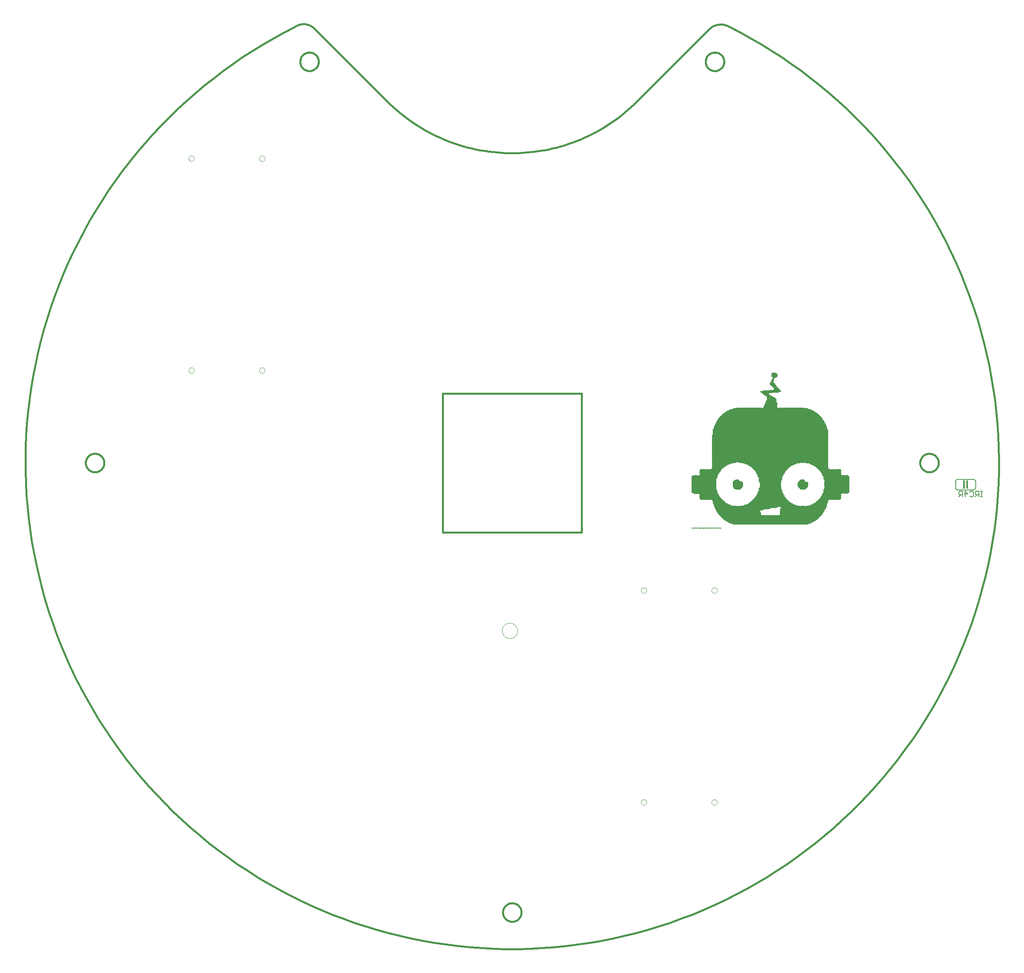
<source format=gbo>
G75*
%MOIN*%
%OFA0B0*%
%FSLAX24Y24*%
%IPPOS*%
%LPD*%
%AMOC8*
5,1,8,0,0,1.08239X$1,22.5*
%
%ADD10C,0.0160*%
%ADD11R,0.6240X0.0020*%
%ADD12R,0.6420X0.0020*%
%ADD13R,0.6480X0.0020*%
%ADD14R,0.6560X0.0020*%
%ADD15R,0.6640X0.0020*%
%ADD16R,0.6900X0.0020*%
%ADD17R,0.6980X0.0020*%
%ADD18R,0.7000X0.0020*%
%ADD19R,0.7020X0.0020*%
%ADD20R,0.7100X0.0020*%
%ADD21R,0.7280X0.0020*%
%ADD22R,0.7360X0.0020*%
%ADD23R,0.7380X0.0020*%
%ADD24R,0.7420X0.0020*%
%ADD25R,0.7460X0.0020*%
%ADD26R,0.7560X0.0020*%
%ADD27R,0.7680X0.0020*%
%ADD28R,0.7720X0.0020*%
%ADD29R,0.7760X0.0020*%
%ADD30R,0.7840X0.0020*%
%ADD31R,0.7920X0.0020*%
%ADD32R,0.7960X0.0020*%
%ADD33R,0.8000X0.0020*%
%ADD34R,0.8020X0.0020*%
%ADD35R,0.8060X0.0020*%
%ADD36R,0.8120X0.0020*%
%ADD37R,0.8160X0.0020*%
%ADD38R,0.8200X0.0020*%
%ADD39R,0.8220X0.0020*%
%ADD40R,0.8260X0.0020*%
%ADD41R,0.8320X0.0020*%
%ADD42R,0.8360X0.0020*%
%ADD43R,0.8400X0.0020*%
%ADD44R,0.8440X0.0020*%
%ADD45R,0.8480X0.0020*%
%ADD46R,0.8520X0.0020*%
%ADD47R,0.8560X0.0020*%
%ADD48R,0.8600X0.0020*%
%ADD49R,0.8620X0.0020*%
%ADD50R,0.8660X0.0020*%
%ADD51R,0.3600X0.0020*%
%ADD52R,0.3620X0.0020*%
%ADD53R,0.3660X0.0020*%
%ADD54R,0.3680X0.0020*%
%ADD55R,0.3640X0.0020*%
%ADD56R,0.3700X0.0020*%
%ADD57R,0.3720X0.0020*%
%ADD58R,0.3740X0.0020*%
%ADD59R,0.3760X0.0020*%
%ADD60R,0.3780X0.0020*%
%ADD61R,0.3840X0.0020*%
%ADD62R,0.3980X0.0020*%
%ADD63R,0.4020X0.0020*%
%ADD64R,0.4060X0.0020*%
%ADD65R,0.3800X0.0020*%
%ADD66R,0.4140X0.0020*%
%ADD67R,0.3820X0.0020*%
%ADD68R,0.4540X0.0020*%
%ADD69R,0.3860X0.0020*%
%ADD70R,0.4620X0.0020*%
%ADD71R,0.4660X0.0020*%
%ADD72R,0.4680X0.0020*%
%ADD73R,0.4740X0.0020*%
%ADD74R,0.5140X0.0020*%
%ADD75R,0.5240X0.0020*%
%ADD76R,0.5280X0.0020*%
%ADD77R,0.5340X0.0020*%
%ADD78R,0.5420X0.0020*%
%ADD79R,0.3880X0.0020*%
%ADD80R,0.9520X0.0020*%
%ADD81R,0.9560X0.0020*%
%ADD82R,0.9580X0.0020*%
%ADD83R,0.1840X0.0020*%
%ADD84R,0.0160X0.0020*%
%ADD85R,0.5060X0.0020*%
%ADD86R,0.0280X0.0020*%
%ADD87R,0.1800X0.0020*%
%ADD88R,0.1780X0.0020*%
%ADD89R,0.4860X0.0020*%
%ADD90R,0.1680X0.0020*%
%ADD91R,0.1540X0.0020*%
%ADD92R,0.1520X0.0020*%
%ADD93R,0.1460X0.0020*%
%ADD94R,0.4400X0.0020*%
%ADD95R,0.1420X0.0020*%
%ADD96R,0.4380X0.0020*%
%ADD97R,0.4320X0.0020*%
%ADD98R,0.1380X0.0020*%
%ADD99R,0.4160X0.0020*%
%ADD100R,0.1360X0.0020*%
%ADD101R,0.1280X0.0020*%
%ADD102R,0.1260X0.0020*%
%ADD103R,0.1240X0.0020*%
%ADD104R,0.3900X0.0020*%
%ADD105R,0.1220X0.0020*%
%ADD106R,0.1180X0.0020*%
%ADD107R,0.1160X0.0020*%
%ADD108R,0.1100X0.0020*%
%ADD109R,0.1120X0.0020*%
%ADD110R,0.3580X0.0020*%
%ADD111R,0.1080X0.0020*%
%ADD112R,0.3540X0.0020*%
%ADD113R,0.3500X0.0020*%
%ADD114R,0.1060X0.0020*%
%ADD115R,0.3440X0.0020*%
%ADD116R,0.1040X0.0020*%
%ADD117R,0.3360X0.0020*%
%ADD118R,0.1020X0.0020*%
%ADD119R,0.3280X0.0020*%
%ADD120R,0.1000X0.0020*%
%ADD121R,0.3260X0.0020*%
%ADD122R,0.0980X0.0020*%
%ADD123R,0.3220X0.0020*%
%ADD124R,0.0960X0.0020*%
%ADD125R,0.3180X0.0020*%
%ADD126R,0.0940X0.0020*%
%ADD127R,0.3120X0.0020*%
%ADD128R,0.0920X0.0020*%
%ADD129R,0.3080X0.0020*%
%ADD130R,0.0900X0.0020*%
%ADD131R,0.3060X0.0020*%
%ADD132R,0.0880X0.0020*%
%ADD133R,0.3020X0.0020*%
%ADD134R,0.2980X0.0020*%
%ADD135R,0.2920X0.0020*%
%ADD136R,0.1880X0.0020*%
%ADD137R,0.2880X0.0020*%
%ADD138R,0.1820X0.0020*%
%ADD139R,0.1860X0.0020*%
%ADD140R,0.2860X0.0020*%
%ADD141R,0.2820X0.0020*%
%ADD142R,0.2780X0.0020*%
%ADD143R,0.2740X0.0020*%
%ADD144R,0.2700X0.0020*%
%ADD145R,0.2660X0.0020*%
%ADD146R,0.2640X0.0020*%
%ADD147R,0.2600X0.0020*%
%ADD148R,0.1740X0.0020*%
%ADD149R,0.2580X0.0020*%
%ADD150R,0.1760X0.0020*%
%ADD151R,0.1720X0.0020*%
%ADD152R,0.2520X0.0020*%
%ADD153R,0.2480X0.0020*%
%ADD154R,0.1700X0.0020*%
%ADD155R,0.2460X0.0020*%
%ADD156R,0.2420X0.0020*%
%ADD157R,0.2400X0.0020*%
%ADD158R,0.1660X0.0020*%
%ADD159R,0.2380X0.0020*%
%ADD160R,0.1640X0.0020*%
%ADD161R,0.2320X0.0020*%
%ADD162R,0.2300X0.0020*%
%ADD163R,0.1620X0.0020*%
%ADD164R,0.2280X0.0020*%
%ADD165R,0.1600X0.0020*%
%ADD166R,0.2260X0.0020*%
%ADD167R,0.2240X0.0020*%
%ADD168R,0.2220X0.0020*%
%ADD169R,0.1980X0.0020*%
%ADD170R,0.2200X0.0020*%
%ADD171R,0.2060X0.0020*%
%ADD172R,0.2180X0.0020*%
%ADD173R,0.0040X0.0020*%
%ADD174R,0.2080X0.0020*%
%ADD175R,0.2160X0.0020*%
%ADD176R,0.2100X0.0020*%
%ADD177R,0.2120X0.0020*%
%ADD178R,0.2140X0.0020*%
%ADD179R,0.2040X0.0020*%
%ADD180R,0.2020X0.0020*%
%ADD181R,0.1960X0.0020*%
%ADD182R,0.1940X0.0020*%
%ADD183R,0.0340X0.0020*%
%ADD184R,0.0320X0.0020*%
%ADD185R,0.0460X0.0020*%
%ADD186R,0.0440X0.0020*%
%ADD187R,0.0540X0.0020*%
%ADD188R,0.1920X0.0020*%
%ADD189R,0.0500X0.0020*%
%ADD190R,0.0580X0.0020*%
%ADD191R,0.0520X0.0020*%
%ADD192R,0.0600X0.0020*%
%ADD193R,0.1900X0.0020*%
%ADD194R,0.0640X0.0020*%
%ADD195R,0.0680X0.0020*%
%ADD196R,0.0660X0.0020*%
%ADD197R,0.0700X0.0020*%
%ADD198R,0.0740X0.0020*%
%ADD199R,0.0720X0.0020*%
%ADD200R,0.0760X0.0020*%
%ADD201R,0.0800X0.0020*%
%ADD202R,0.0780X0.0020*%
%ADD203R,0.0840X0.0020*%
%ADD204R,0.0860X0.0020*%
%ADD205R,0.0820X0.0020*%
%ADD206R,0.0620X0.0020*%
%ADD207R,0.0480X0.0020*%
%ADD208R,0.0420X0.0020*%
%ADD209R,0.0400X0.0020*%
%ADD210R,0.0360X0.0020*%
%ADD211R,0.0220X0.0020*%
%ADD212R,0.0300X0.0020*%
%ADD213R,0.0120X0.0020*%
%ADD214R,0.2000X0.0020*%
%ADD215R,0.1580X0.0020*%
%ADD216R,0.2340X0.0020*%
%ADD217R,0.2440X0.0020*%
%ADD218R,0.2560X0.0020*%
%ADD219R,0.2620X0.0020*%
%ADD220R,0.2720X0.0020*%
%ADD221R,0.2760X0.0020*%
%ADD222R,0.2800X0.0020*%
%ADD223R,0.0080X0.0020*%
%ADD224R,0.2960X0.0020*%
%ADD225R,0.3000X0.0020*%
%ADD226R,0.3160X0.0020*%
%ADD227R,0.3200X0.0020*%
%ADD228R,0.3240X0.0020*%
%ADD229R,0.1140X0.0020*%
%ADD230R,0.3420X0.0020*%
%ADD231R,0.3460X0.0020*%
%ADD232R,0.3480X0.0020*%
%ADD233R,0.1300X0.0020*%
%ADD234R,0.1320X0.0020*%
%ADD235R,0.3920X0.0020*%
%ADD236R,0.4120X0.0020*%
%ADD237R,0.1480X0.0020*%
%ADD238R,0.4260X0.0020*%
%ADD239R,0.1560X0.0020*%
%ADD240R,0.4340X0.0020*%
%ADD241R,0.4460X0.0020*%
%ADD242R,0.4780X0.0020*%
%ADD243R,0.4920X0.0020*%
%ADD244R,0.5200X0.0020*%
%ADD245R,0.7580X0.0020*%
%ADD246R,0.7620X0.0020*%
%ADD247R,0.9860X0.0020*%
%ADD248R,0.9880X0.0020*%
%ADD249R,0.9840X0.0020*%
%ADD250R,0.9820X0.0020*%
%ADD251R,0.9800X0.0020*%
%ADD252R,0.9780X0.0020*%
%ADD253R,0.9740X0.0020*%
%ADD254R,0.9720X0.0020*%
%ADD255R,0.9700X0.0020*%
%ADD256R,0.9680X0.0020*%
%ADD257R,0.9660X0.0020*%
%ADD258R,0.9620X0.0020*%
%ADD259R,0.9600X0.0020*%
%ADD260R,0.9540X0.0020*%
%ADD261R,0.9480X0.0020*%
%ADD262R,0.9460X0.0020*%
%ADD263R,0.9440X0.0020*%
%ADD264R,0.9400X0.0020*%
%ADD265R,0.9380X0.0020*%
%ADD266R,0.9360X0.0020*%
%ADD267R,0.9320X0.0020*%
%ADD268R,0.9260X0.0020*%
%ADD269R,0.9220X0.0020*%
%ADD270R,0.9200X0.0020*%
%ADD271R,0.9180X0.0020*%
%ADD272R,0.9140X0.0020*%
%ADD273R,0.9080X0.0020*%
%ADD274R,0.9040X0.0020*%
%ADD275R,0.9020X0.0020*%
%ADD276R,0.9000X0.0020*%
%ADD277R,0.8980X0.0020*%
%ADD278R,0.8940X0.0020*%
%ADD279R,0.8920X0.0020*%
%ADD280R,0.8900X0.0020*%
%ADD281R,0.8880X0.0020*%
%ADD282R,0.8840X0.0020*%
%ADD283R,0.8820X0.0020*%
%ADD284R,0.8780X0.0020*%
%ADD285R,0.8740X0.0020*%
%ADD286R,0.8680X0.0020*%
%ADD287R,0.8640X0.0020*%
%ADD288R,0.8460X0.0020*%
%ADD289R,0.8420X0.0020*%
%ADD290R,0.8040X0.0020*%
%ADD291R,0.7980X0.0020*%
%ADD292R,0.7860X0.0020*%
%ADD293R,0.7660X0.0020*%
%ADD294R,0.7440X0.0020*%
%ADD295R,0.7340X0.0020*%
%ADD296R,0.7320X0.0020*%
%ADD297R,0.7200X0.0020*%
%ADD298R,0.7060X0.0020*%
%ADD299R,0.6960X0.0020*%
%ADD300R,0.6940X0.0020*%
%ADD301R,0.6880X0.0020*%
%ADD302R,0.6760X0.0020*%
%ADD303R,0.6400X0.0020*%
%ADD304R,0.6360X0.0020*%
%ADD305R,0.6280X0.0020*%
%ADD306R,0.6160X0.0020*%
%ADD307R,0.0560X0.0020*%
%ADD308R,0.0020X0.0020*%
%ADD309R,0.0380X0.0020*%
%ADD310R,0.0260X0.0020*%
%ADD311R,0.0240X0.0020*%
%ADD312R,0.0200X0.0020*%
%ADD313R,0.0180X0.0020*%
%ADD314R,0.0140X0.0020*%
%ADD315C,0.0000*%
%ADD316C,0.0060*%
%ADD317C,0.0120*%
%ADD318C,0.0050*%
D10*
X037702Y037702D02*
X049513Y037702D01*
X049513Y049513D01*
X037702Y049513D01*
X037702Y037702D01*
X025103Y080615D02*
X024205Y080152D01*
X023318Y079667D01*
X022443Y079160D01*
X021581Y078632D01*
X020733Y078083D01*
X019898Y077513D01*
X019077Y076923D01*
X018271Y076314D01*
X017480Y075684D01*
X016704Y075036D01*
X015945Y074369D01*
X015202Y073683D01*
X014476Y072980D01*
X013768Y072259D01*
X013077Y071521D01*
X012405Y070766D01*
X011751Y069995D01*
X011116Y069208D01*
X010501Y068406D01*
X009906Y067589D01*
X009331Y066758D01*
X008776Y065913D01*
X008242Y065055D01*
X007729Y064184D01*
X007238Y063301D01*
X006768Y062406D01*
X006321Y061499D01*
X005895Y060582D01*
X005493Y059655D01*
X005113Y058719D01*
X004756Y057773D01*
X004422Y056819D01*
X004112Y055857D01*
X003825Y054888D01*
X003562Y053912D01*
X003323Y052929D01*
X003108Y051942D01*
X002918Y050949D01*
X002751Y049952D01*
X002609Y048951D01*
X002492Y047947D01*
X002399Y046941D01*
X002331Y045932D01*
X002288Y044922D01*
X002269Y043912D01*
X002275Y042901D01*
X002305Y041891D01*
X002361Y040881D01*
X002441Y039874D01*
X002545Y038868D01*
X002675Y037866D01*
X002828Y036867D01*
X003006Y035872D01*
X003208Y034881D01*
X003435Y033896D01*
X003685Y032917D01*
X003960Y031944D01*
X004258Y030978D01*
X004579Y030020D01*
X004924Y029070D01*
X005292Y028129D01*
X005683Y027196D01*
X006097Y026274D01*
X006533Y025362D01*
X006991Y024461D01*
X007471Y023572D01*
X007973Y022694D01*
X008496Y021829D01*
X009040Y020977D01*
X009604Y020139D01*
X010189Y019315D01*
X010794Y018505D01*
X011419Y017710D01*
X012063Y016931D01*
X012725Y016168D01*
X013406Y015421D01*
X014106Y014691D01*
X014822Y013978D01*
X015556Y013283D01*
X016307Y012606D01*
X017074Y011948D01*
X017857Y011309D01*
X018656Y010689D01*
X019469Y010089D01*
X020297Y009509D01*
X021139Y008949D01*
X021994Y008410D01*
X022862Y007892D01*
X023742Y007396D01*
X024634Y006921D01*
X025538Y006468D01*
X026453Y006037D01*
X027377Y005629D01*
X028312Y005244D01*
X029255Y004881D01*
X030207Y004542D01*
X031168Y004226D01*
X032135Y003934D01*
X033110Y003665D01*
X034090Y003420D01*
X035077Y003200D01*
X036068Y003003D01*
X037064Y002831D01*
X038064Y002683D01*
X039067Y002560D01*
X040073Y002461D01*
X041082Y002387D01*
X042091Y002338D01*
X043102Y002313D01*
X044112Y002313D01*
X045123Y002338D01*
X046132Y002387D01*
X047141Y002461D01*
X048147Y002560D01*
X049150Y002683D01*
X050150Y002831D01*
X051146Y003003D01*
X052137Y003200D01*
X053124Y003420D01*
X054104Y003665D01*
X055079Y003934D01*
X056046Y004226D01*
X057007Y004542D01*
X057959Y004881D01*
X058902Y005244D01*
X059837Y005629D01*
X060761Y006037D01*
X061676Y006468D01*
X062580Y006921D01*
X063472Y007396D01*
X064352Y007892D01*
X065220Y008410D01*
X066075Y008949D01*
X066917Y009509D01*
X067745Y010089D01*
X068558Y010689D01*
X069357Y011309D01*
X070140Y011948D01*
X070907Y012606D01*
X071658Y013283D01*
X072392Y013978D01*
X073108Y014691D01*
X073808Y015421D01*
X074489Y016168D01*
X075151Y016931D01*
X075795Y017710D01*
X076420Y018505D01*
X077025Y019315D01*
X077610Y020139D01*
X078174Y020977D01*
X078718Y021829D01*
X079241Y022694D01*
X079743Y023572D01*
X080223Y024461D01*
X080681Y025362D01*
X081117Y026274D01*
X081531Y027196D01*
X081922Y028129D01*
X082290Y029070D01*
X082635Y030020D01*
X082956Y030978D01*
X083254Y031944D01*
X083529Y032917D01*
X083779Y033896D01*
X084006Y034881D01*
X084208Y035872D01*
X084386Y036867D01*
X084539Y037866D01*
X084669Y038868D01*
X084773Y039874D01*
X084853Y040881D01*
X084909Y041891D01*
X084939Y042901D01*
X084945Y043912D01*
X084926Y044922D01*
X084883Y045932D01*
X084815Y046941D01*
X084722Y047947D01*
X084605Y048951D01*
X084463Y049952D01*
X084296Y050949D01*
X084106Y051942D01*
X083891Y052929D01*
X083652Y053912D01*
X083389Y054888D01*
X083102Y055857D01*
X082792Y056819D01*
X082458Y057773D01*
X082101Y058719D01*
X081721Y059655D01*
X081319Y060582D01*
X080893Y061499D01*
X080446Y062406D01*
X079976Y063301D01*
X079485Y064184D01*
X078972Y065055D01*
X078438Y065913D01*
X077883Y066758D01*
X077308Y067589D01*
X076713Y068406D01*
X076098Y069208D01*
X075463Y069995D01*
X074809Y070766D01*
X074137Y071521D01*
X073446Y072259D01*
X072738Y072980D01*
X072012Y073683D01*
X071269Y074369D01*
X070510Y075036D01*
X069734Y075684D01*
X068943Y076314D01*
X068137Y076923D01*
X067316Y077513D01*
X066481Y078083D01*
X065633Y078632D01*
X064771Y079160D01*
X063896Y079667D01*
X063009Y080152D01*
X062111Y080615D01*
X062049Y080655D01*
X061986Y080692D01*
X061921Y080725D01*
X061855Y080754D01*
X061786Y080780D01*
X061717Y080803D01*
X061646Y080822D01*
X061575Y080837D01*
X061503Y080848D01*
X061430Y080855D01*
X061357Y080859D01*
X061284Y080858D01*
X061212Y080854D01*
X061139Y080846D01*
X061067Y080834D01*
X060996Y080819D01*
X060925Y080799D01*
X060856Y080776D01*
X060788Y080750D01*
X060722Y080719D01*
X060657Y080686D01*
X060594Y080649D01*
X060533Y080608D01*
X060475Y080565D01*
X060419Y080518D01*
X054225Y074328D01*
X060037Y077694D02*
X060039Y077750D01*
X060045Y077805D01*
X060055Y077859D01*
X060068Y077913D01*
X060086Y077966D01*
X060107Y078017D01*
X060131Y078067D01*
X060159Y078115D01*
X060191Y078161D01*
X060225Y078205D01*
X060263Y078246D01*
X060303Y078284D01*
X060346Y078319D01*
X060391Y078351D01*
X060439Y078380D01*
X060488Y078406D01*
X060539Y078428D01*
X060591Y078446D01*
X060645Y078460D01*
X060700Y078471D01*
X060755Y078478D01*
X060810Y078481D01*
X060866Y078480D01*
X060921Y078475D01*
X060976Y078466D01*
X061030Y078454D01*
X061083Y078437D01*
X061135Y078417D01*
X061185Y078393D01*
X061233Y078366D01*
X061280Y078336D01*
X061324Y078302D01*
X061366Y078265D01*
X061404Y078225D01*
X061441Y078183D01*
X061474Y078138D01*
X061503Y078092D01*
X061530Y078043D01*
X061552Y077992D01*
X061572Y077940D01*
X061587Y077886D01*
X061599Y077832D01*
X061607Y077777D01*
X061611Y077722D01*
X061611Y077666D01*
X061607Y077611D01*
X061599Y077556D01*
X061587Y077502D01*
X061572Y077448D01*
X061552Y077396D01*
X061530Y077345D01*
X061503Y077296D01*
X061474Y077250D01*
X061441Y077205D01*
X061404Y077163D01*
X061366Y077123D01*
X061324Y077086D01*
X061280Y077052D01*
X061233Y077022D01*
X061185Y076995D01*
X061135Y076971D01*
X061083Y076951D01*
X061030Y076934D01*
X060976Y076922D01*
X060921Y076913D01*
X060866Y076908D01*
X060810Y076907D01*
X060755Y076910D01*
X060700Y076917D01*
X060645Y076928D01*
X060591Y076942D01*
X060539Y076960D01*
X060488Y076982D01*
X060439Y077008D01*
X060391Y077037D01*
X060346Y077069D01*
X060303Y077104D01*
X060263Y077142D01*
X060225Y077183D01*
X060191Y077227D01*
X060159Y077273D01*
X060131Y077321D01*
X060107Y077371D01*
X060086Y077422D01*
X060068Y077475D01*
X060055Y077529D01*
X060045Y077583D01*
X060039Y077638D01*
X060037Y077694D01*
X054225Y074328D02*
X053965Y074075D01*
X053700Y073827D01*
X053428Y073587D01*
X053151Y073353D01*
X052868Y073126D01*
X052579Y072905D01*
X052286Y072692D01*
X051987Y072486D01*
X051684Y072287D01*
X051375Y072096D01*
X051063Y071912D01*
X050745Y071735D01*
X050424Y071567D01*
X050099Y071406D01*
X049770Y071253D01*
X049437Y071108D01*
X049101Y070971D01*
X048762Y070842D01*
X048419Y070722D01*
X048074Y070610D01*
X047727Y070506D01*
X047376Y070411D01*
X047024Y070324D01*
X046670Y070246D01*
X046314Y070176D01*
X045956Y070115D01*
X045597Y070062D01*
X045237Y070019D01*
X044876Y069984D01*
X044514Y069957D01*
X044151Y069940D01*
X043788Y069931D01*
X043426Y069931D01*
X043063Y069940D01*
X042700Y069957D01*
X042338Y069984D01*
X041977Y070019D01*
X041617Y070062D01*
X041258Y070115D01*
X040900Y070176D01*
X040544Y070246D01*
X040190Y070324D01*
X039838Y070411D01*
X039487Y070506D01*
X039140Y070610D01*
X038795Y070722D01*
X038452Y070842D01*
X038113Y070971D01*
X037777Y071108D01*
X037444Y071253D01*
X037115Y071406D01*
X036790Y071567D01*
X036469Y071735D01*
X036151Y071912D01*
X035839Y072096D01*
X035530Y072287D01*
X035227Y072486D01*
X034928Y072692D01*
X034635Y072905D01*
X034346Y073126D01*
X034063Y073353D01*
X033786Y073587D01*
X033514Y073827D01*
X033249Y074075D01*
X032989Y074328D01*
X026836Y080476D01*
X026787Y080527D01*
X026736Y080576D01*
X026681Y080621D01*
X026624Y080663D01*
X026565Y080702D01*
X026504Y080738D01*
X026440Y080770D01*
X026376Y080799D01*
X026309Y080824D01*
X026241Y080845D01*
X026173Y080862D01*
X026103Y080876D01*
X026033Y080886D01*
X025962Y080891D01*
X025891Y080893D01*
X025820Y080891D01*
X025750Y080885D01*
X025679Y080874D01*
X025610Y080860D01*
X025541Y080842D01*
X025474Y080821D01*
X025408Y080795D01*
X025343Y080766D01*
X025280Y080733D01*
X025219Y080697D01*
X025160Y080658D01*
X025103Y080615D01*
X025604Y077694D02*
X025606Y077750D01*
X025612Y077805D01*
X025622Y077859D01*
X025635Y077913D01*
X025653Y077966D01*
X025674Y078017D01*
X025698Y078067D01*
X025726Y078115D01*
X025758Y078161D01*
X025792Y078205D01*
X025830Y078246D01*
X025870Y078284D01*
X025913Y078319D01*
X025958Y078351D01*
X026006Y078380D01*
X026055Y078406D01*
X026106Y078428D01*
X026158Y078446D01*
X026212Y078460D01*
X026267Y078471D01*
X026322Y078478D01*
X026377Y078481D01*
X026433Y078480D01*
X026488Y078475D01*
X026543Y078466D01*
X026597Y078454D01*
X026650Y078437D01*
X026702Y078417D01*
X026752Y078393D01*
X026800Y078366D01*
X026847Y078336D01*
X026891Y078302D01*
X026933Y078265D01*
X026971Y078225D01*
X027008Y078183D01*
X027041Y078138D01*
X027070Y078092D01*
X027097Y078043D01*
X027119Y077992D01*
X027139Y077940D01*
X027154Y077886D01*
X027166Y077832D01*
X027174Y077777D01*
X027178Y077722D01*
X027178Y077666D01*
X027174Y077611D01*
X027166Y077556D01*
X027154Y077502D01*
X027139Y077448D01*
X027119Y077396D01*
X027097Y077345D01*
X027070Y077296D01*
X027041Y077250D01*
X027008Y077205D01*
X026971Y077163D01*
X026933Y077123D01*
X026891Y077086D01*
X026847Y077052D01*
X026800Y077022D01*
X026752Y076995D01*
X026702Y076971D01*
X026650Y076951D01*
X026597Y076934D01*
X026543Y076922D01*
X026488Y076913D01*
X026433Y076908D01*
X026377Y076907D01*
X026322Y076910D01*
X026267Y076917D01*
X026212Y076928D01*
X026158Y076942D01*
X026106Y076960D01*
X026055Y076982D01*
X026006Y077008D01*
X025958Y077037D01*
X025913Y077069D01*
X025870Y077104D01*
X025830Y077142D01*
X025792Y077183D01*
X025758Y077227D01*
X025726Y077273D01*
X025698Y077321D01*
X025674Y077371D01*
X025653Y077422D01*
X025635Y077475D01*
X025622Y077529D01*
X025612Y077583D01*
X025606Y077638D01*
X025604Y077694D01*
X007387Y043607D02*
X007389Y043663D01*
X007395Y043718D01*
X007405Y043772D01*
X007418Y043826D01*
X007436Y043879D01*
X007457Y043930D01*
X007481Y043980D01*
X007509Y044028D01*
X007541Y044074D01*
X007575Y044118D01*
X007613Y044159D01*
X007653Y044197D01*
X007696Y044232D01*
X007741Y044264D01*
X007789Y044293D01*
X007838Y044319D01*
X007889Y044341D01*
X007941Y044359D01*
X007995Y044373D01*
X008050Y044384D01*
X008105Y044391D01*
X008160Y044394D01*
X008216Y044393D01*
X008271Y044388D01*
X008326Y044379D01*
X008380Y044367D01*
X008433Y044350D01*
X008485Y044330D01*
X008535Y044306D01*
X008583Y044279D01*
X008630Y044249D01*
X008674Y044215D01*
X008716Y044178D01*
X008754Y044138D01*
X008791Y044096D01*
X008824Y044051D01*
X008853Y044005D01*
X008880Y043956D01*
X008902Y043905D01*
X008922Y043853D01*
X008937Y043799D01*
X008949Y043745D01*
X008957Y043690D01*
X008961Y043635D01*
X008961Y043579D01*
X008957Y043524D01*
X008949Y043469D01*
X008937Y043415D01*
X008922Y043361D01*
X008902Y043309D01*
X008880Y043258D01*
X008853Y043209D01*
X008824Y043163D01*
X008791Y043118D01*
X008754Y043076D01*
X008716Y043036D01*
X008674Y042999D01*
X008630Y042965D01*
X008583Y042935D01*
X008535Y042908D01*
X008485Y042884D01*
X008433Y042864D01*
X008380Y042847D01*
X008326Y042835D01*
X008271Y042826D01*
X008216Y042821D01*
X008160Y042820D01*
X008105Y042823D01*
X008050Y042830D01*
X007995Y042841D01*
X007941Y042855D01*
X007889Y042873D01*
X007838Y042895D01*
X007789Y042921D01*
X007741Y042950D01*
X007696Y042982D01*
X007653Y043017D01*
X007613Y043055D01*
X007575Y043096D01*
X007541Y043140D01*
X007509Y043186D01*
X007481Y043234D01*
X007457Y043284D01*
X007436Y043335D01*
X007418Y043388D01*
X007405Y043442D01*
X007395Y043496D01*
X007389Y043551D01*
X007387Y043607D01*
X042820Y005418D02*
X042822Y005474D01*
X042828Y005529D01*
X042838Y005583D01*
X042851Y005637D01*
X042869Y005690D01*
X042890Y005741D01*
X042914Y005791D01*
X042942Y005839D01*
X042974Y005885D01*
X043008Y005929D01*
X043046Y005970D01*
X043086Y006008D01*
X043129Y006043D01*
X043174Y006075D01*
X043222Y006104D01*
X043271Y006130D01*
X043322Y006152D01*
X043374Y006170D01*
X043428Y006184D01*
X043483Y006195D01*
X043538Y006202D01*
X043593Y006205D01*
X043649Y006204D01*
X043704Y006199D01*
X043759Y006190D01*
X043813Y006178D01*
X043866Y006161D01*
X043918Y006141D01*
X043968Y006117D01*
X044016Y006090D01*
X044063Y006060D01*
X044107Y006026D01*
X044149Y005989D01*
X044187Y005949D01*
X044224Y005907D01*
X044257Y005862D01*
X044286Y005816D01*
X044313Y005767D01*
X044335Y005716D01*
X044355Y005664D01*
X044370Y005610D01*
X044382Y005556D01*
X044390Y005501D01*
X044394Y005446D01*
X044394Y005390D01*
X044390Y005335D01*
X044382Y005280D01*
X044370Y005226D01*
X044355Y005172D01*
X044335Y005120D01*
X044313Y005069D01*
X044286Y005020D01*
X044257Y004974D01*
X044224Y004929D01*
X044187Y004887D01*
X044149Y004847D01*
X044107Y004810D01*
X044063Y004776D01*
X044016Y004746D01*
X043968Y004719D01*
X043918Y004695D01*
X043866Y004675D01*
X043813Y004658D01*
X043759Y004646D01*
X043704Y004637D01*
X043649Y004632D01*
X043593Y004631D01*
X043538Y004634D01*
X043483Y004641D01*
X043428Y004652D01*
X043374Y004666D01*
X043322Y004684D01*
X043271Y004706D01*
X043222Y004732D01*
X043174Y004761D01*
X043129Y004793D01*
X043086Y004828D01*
X043046Y004866D01*
X043008Y004907D01*
X042974Y004951D01*
X042942Y004997D01*
X042914Y005045D01*
X042890Y005095D01*
X042869Y005146D01*
X042851Y005199D01*
X042838Y005253D01*
X042828Y005307D01*
X042822Y005362D01*
X042820Y005418D01*
X078253Y043607D02*
X078255Y043663D01*
X078261Y043718D01*
X078271Y043772D01*
X078284Y043826D01*
X078302Y043879D01*
X078323Y043930D01*
X078347Y043980D01*
X078375Y044028D01*
X078407Y044074D01*
X078441Y044118D01*
X078479Y044159D01*
X078519Y044197D01*
X078562Y044232D01*
X078607Y044264D01*
X078655Y044293D01*
X078704Y044319D01*
X078755Y044341D01*
X078807Y044359D01*
X078861Y044373D01*
X078916Y044384D01*
X078971Y044391D01*
X079026Y044394D01*
X079082Y044393D01*
X079137Y044388D01*
X079192Y044379D01*
X079246Y044367D01*
X079299Y044350D01*
X079351Y044330D01*
X079401Y044306D01*
X079449Y044279D01*
X079496Y044249D01*
X079540Y044215D01*
X079582Y044178D01*
X079620Y044138D01*
X079657Y044096D01*
X079690Y044051D01*
X079719Y044005D01*
X079746Y043956D01*
X079768Y043905D01*
X079788Y043853D01*
X079803Y043799D01*
X079815Y043745D01*
X079823Y043690D01*
X079827Y043635D01*
X079827Y043579D01*
X079823Y043524D01*
X079815Y043469D01*
X079803Y043415D01*
X079788Y043361D01*
X079768Y043309D01*
X079746Y043258D01*
X079719Y043209D01*
X079690Y043163D01*
X079657Y043118D01*
X079620Y043076D01*
X079582Y043036D01*
X079540Y042999D01*
X079496Y042965D01*
X079449Y042935D01*
X079401Y042908D01*
X079351Y042884D01*
X079299Y042864D01*
X079246Y042847D01*
X079192Y042835D01*
X079137Y042826D01*
X079082Y042821D01*
X079026Y042820D01*
X078971Y042823D01*
X078916Y042830D01*
X078861Y042841D01*
X078807Y042855D01*
X078755Y042873D01*
X078704Y042895D01*
X078655Y042921D01*
X078607Y042950D01*
X078562Y042982D01*
X078519Y043017D01*
X078479Y043055D01*
X078441Y043096D01*
X078407Y043140D01*
X078375Y043186D01*
X078347Y043234D01*
X078323Y043284D01*
X078302Y043335D01*
X078284Y043388D01*
X078271Y043442D01*
X078261Y043496D01*
X078255Y043551D01*
X078253Y043607D01*
D11*
X065555Y038357D03*
D12*
X065565Y038377D03*
D13*
X065555Y038397D03*
D14*
X065555Y038417D03*
X065535Y048157D03*
D15*
X065555Y038437D03*
D16*
X065525Y038457D03*
D17*
X065545Y038477D03*
D18*
X065535Y038497D03*
D19*
X065545Y038517D03*
D20*
X065525Y038537D03*
D21*
X065535Y038557D03*
D22*
X065555Y038577D03*
D23*
X065545Y038597D03*
X065545Y047977D03*
D24*
X065545Y038617D03*
D25*
X065545Y038637D03*
D26*
X065555Y038657D03*
X065555Y047937D03*
D27*
X065535Y047877D03*
X065555Y038677D03*
D28*
X065555Y038697D03*
D29*
X065555Y038717D03*
X065535Y047857D03*
D30*
X065555Y038737D03*
D31*
X065555Y038757D03*
X065535Y047817D03*
D32*
X065535Y047797D03*
X065555Y038777D03*
D33*
X065555Y038797D03*
D34*
X065545Y038817D03*
D35*
X065545Y038837D03*
D36*
X065555Y038857D03*
X065555Y047737D03*
D37*
X065555Y047717D03*
X065555Y038877D03*
D38*
X065555Y038897D03*
X065555Y047697D03*
D39*
X065545Y047677D03*
X065545Y038917D03*
D40*
X065545Y038937D03*
X065545Y047657D03*
D41*
X065555Y047637D03*
X065555Y038957D03*
D42*
X065555Y038977D03*
X065555Y047617D03*
D43*
X065555Y047597D03*
X065555Y038997D03*
D44*
X065555Y039017D03*
D45*
X065555Y039037D03*
D46*
X065555Y039057D03*
X065555Y047537D03*
D47*
X065555Y047517D03*
X065555Y039077D03*
D48*
X065555Y039097D03*
X065555Y047477D03*
X065555Y047497D03*
D49*
X065545Y039117D03*
D50*
X065545Y039137D03*
D51*
X062995Y039157D03*
X062975Y039177D03*
X062955Y039197D03*
X062955Y039217D03*
X068115Y039157D03*
X068135Y039177D03*
X068155Y039197D03*
X068155Y039217D03*
X068155Y039237D03*
D52*
X068165Y039257D03*
X068165Y039277D03*
X062945Y039237D03*
D53*
X062925Y039257D03*
X068185Y039317D03*
D54*
X068195Y039337D03*
X068195Y039357D03*
X062915Y039297D03*
X062915Y039277D03*
X062895Y039357D03*
X062895Y039377D03*
X062875Y039417D03*
X062855Y039437D03*
D55*
X065535Y040157D03*
X068175Y039297D03*
D56*
X068205Y039377D03*
X068205Y039397D03*
X068205Y039417D03*
X062905Y039337D03*
X062905Y039317D03*
X062885Y039397D03*
X062825Y039457D03*
X062825Y039477D03*
D57*
X062815Y039497D03*
X062815Y039517D03*
X065555Y043357D03*
X068215Y039437D03*
D58*
X068225Y039457D03*
X065545Y040137D03*
D59*
X068235Y039477D03*
X068255Y039497D03*
X068255Y039517D03*
X062815Y039537D03*
D60*
X065565Y043377D03*
X068265Y039597D03*
X068265Y039577D03*
X068265Y039557D03*
X068265Y039537D03*
D61*
X068335Y039737D03*
X068355Y039797D03*
X068355Y039817D03*
X065535Y040097D03*
X062855Y039557D03*
X065555Y043417D03*
D62*
X065525Y040057D03*
X062925Y039577D03*
D63*
X062925Y039597D03*
D64*
X062925Y039617D03*
D65*
X065535Y040117D03*
X068275Y039617D03*
X065555Y043397D03*
D66*
X062945Y039637D03*
D67*
X068285Y039637D03*
X068345Y039757D03*
X068345Y039777D03*
D68*
X065505Y039957D03*
X063145Y039657D03*
D69*
X068305Y039657D03*
X068305Y039677D03*
X068325Y039697D03*
X068325Y039717D03*
D70*
X063165Y039677D03*
D71*
X063185Y039697D03*
D72*
X063195Y039717D03*
D73*
X063205Y039737D03*
D74*
X063405Y039757D03*
D75*
X063455Y039777D03*
D76*
X063455Y039797D03*
D77*
X063465Y039817D03*
D78*
X063485Y039837D03*
D79*
X068335Y039837D03*
D80*
X065535Y039857D03*
X065535Y046717D03*
D81*
X065535Y046677D03*
X065535Y039877D03*
D82*
X065545Y039897D03*
X065545Y046637D03*
X065545Y046657D03*
D83*
X070635Y042937D03*
X070615Y040537D03*
X070595Y040517D03*
X070575Y040497D03*
X065535Y041477D03*
X065535Y041497D03*
X065535Y041937D03*
X065535Y041957D03*
X061675Y039917D03*
X060555Y040457D03*
X060475Y040537D03*
D84*
X062775Y039917D03*
X065775Y050677D03*
X065835Y050797D03*
D85*
X065505Y039917D03*
D86*
X068275Y039917D03*
X068295Y043597D03*
X065695Y050417D03*
X065695Y050437D03*
X065875Y050837D03*
D87*
X070655Y042897D03*
X070655Y042877D03*
X070655Y040617D03*
X070655Y040597D03*
X070655Y040577D03*
X070635Y040557D03*
X070535Y040457D03*
X069435Y039917D03*
X060435Y040617D03*
X060435Y042897D03*
X060435Y042917D03*
X060455Y042937D03*
X060455Y042957D03*
X060475Y043017D03*
D88*
X060425Y042877D03*
X060425Y040637D03*
X061645Y039937D03*
X070665Y040637D03*
X070665Y042857D03*
D89*
X065505Y039937D03*
D90*
X069495Y039937D03*
X070715Y040777D03*
X070715Y040797D03*
X070715Y040817D03*
X070715Y042677D03*
X070715Y042697D03*
X060375Y040777D03*
D91*
X061525Y039957D03*
X061365Y043497D03*
D92*
X061355Y043477D03*
X065475Y049577D03*
X065675Y049717D03*
X069695Y043477D03*
X069595Y039957D03*
D93*
X069625Y039977D03*
X061485Y039977D03*
X061325Y043457D03*
D94*
X065535Y039977D03*
D95*
X069645Y039997D03*
X069645Y040017D03*
X061465Y040017D03*
X061465Y039997D03*
D96*
X065525Y039997D03*
D97*
X065515Y040017D03*
X065575Y043497D03*
D98*
X069765Y043437D03*
X061425Y040037D03*
D99*
X065495Y040037D03*
D100*
X069675Y040037D03*
X061275Y043437D03*
D101*
X061235Y043397D03*
X061235Y043377D03*
X061375Y040057D03*
X065555Y048257D03*
X069815Y043357D03*
D102*
X069725Y040057D03*
X061325Y040117D03*
D103*
X061335Y040097D03*
X061355Y040077D03*
X061295Y040137D03*
X061215Y043357D03*
X065795Y049737D03*
D104*
X065525Y040077D03*
D105*
X069745Y040077D03*
X069765Y040097D03*
X069765Y040117D03*
X069845Y043337D03*
X065545Y048277D03*
D106*
X065545Y048297D03*
X065545Y048317D03*
X065545Y048337D03*
X069865Y043317D03*
X069785Y040137D03*
X061185Y043337D03*
D107*
X061175Y043317D03*
X061175Y043297D03*
X061255Y040157D03*
X069875Y043297D03*
X065555Y048357D03*
X065555Y048377D03*
X065555Y048397D03*
D108*
X065585Y048437D03*
X065585Y048457D03*
X061145Y043257D03*
X061205Y040217D03*
X061225Y040197D03*
X069825Y040157D03*
D109*
X061235Y040177D03*
D110*
X065525Y040177D03*
X065525Y043337D03*
D111*
X069915Y043257D03*
X069875Y040197D03*
X069855Y040177D03*
X061195Y040237D03*
X065595Y048477D03*
X065595Y048497D03*
X065595Y048517D03*
X065595Y048537D03*
X065595Y048557D03*
D112*
X065525Y040197D03*
D113*
X065525Y040217D03*
D114*
X069885Y040217D03*
X069905Y040237D03*
X061125Y043237D03*
X065605Y048577D03*
X065605Y048597D03*
X065605Y048617D03*
D115*
X065515Y040237D03*
D116*
X061175Y040257D03*
X069935Y043237D03*
X065615Y048637D03*
D117*
X065555Y043257D03*
X065515Y040257D03*
D118*
X061165Y040277D03*
X069925Y040257D03*
X069945Y040277D03*
X069945Y043217D03*
X065625Y048657D03*
D119*
X065555Y043237D03*
X065515Y040277D03*
D120*
X061155Y040297D03*
X061095Y043217D03*
X069955Y043197D03*
X069955Y040297D03*
D121*
X065525Y040297D03*
D122*
X061145Y040317D03*
X061085Y043177D03*
X061085Y043197D03*
X065625Y048677D03*
X065625Y048697D03*
X069965Y043177D03*
X069985Y043157D03*
X070085Y043057D03*
X069965Y040317D03*
D123*
X065525Y040317D03*
D124*
X061135Y040337D03*
X061015Y040437D03*
X065615Y048717D03*
X069995Y043137D03*
X069975Y040337D03*
D125*
X065525Y040337D03*
D126*
X061105Y040357D03*
X061065Y040417D03*
X061045Y043137D03*
X061065Y043157D03*
X065925Y049757D03*
X070005Y043117D03*
X070025Y043097D03*
X070045Y043077D03*
D127*
X065555Y043157D03*
X065515Y040357D03*
D128*
X061095Y040377D03*
X061075Y040397D03*
X069995Y040357D03*
X065615Y048737D03*
X065615Y048757D03*
D129*
X065515Y040377D03*
D130*
X068305Y041617D03*
X068305Y041637D03*
X068305Y041657D03*
X068305Y041677D03*
X068305Y041697D03*
X068305Y041717D03*
X068305Y041737D03*
X068305Y041757D03*
X068305Y041777D03*
X068305Y041797D03*
X068305Y041817D03*
X068305Y041837D03*
X068305Y041857D03*
X070025Y040417D03*
X070005Y040377D03*
X065605Y048777D03*
X065605Y048797D03*
X065605Y048817D03*
X061025Y043117D03*
X061025Y043097D03*
X061005Y043077D03*
X060985Y043057D03*
D131*
X065545Y043137D03*
X065525Y040397D03*
D132*
X062795Y041657D03*
X062795Y041677D03*
X062795Y041697D03*
X062795Y041717D03*
X062795Y041737D03*
X062795Y041757D03*
X062795Y041777D03*
X062795Y041797D03*
X062795Y041817D03*
X062795Y041837D03*
X062795Y041857D03*
X068315Y041877D03*
X068315Y041897D03*
X068315Y041917D03*
X068315Y041597D03*
X068315Y041577D03*
X070015Y040397D03*
X070055Y040437D03*
X065615Y048837D03*
X065615Y048857D03*
D133*
X065545Y043117D03*
X065525Y040417D03*
D134*
X065525Y040437D03*
D135*
X065515Y040457D03*
X065555Y043057D03*
D136*
X069515Y043557D03*
X070615Y042977D03*
X060515Y040477D03*
X060495Y040517D03*
D137*
X065515Y040477D03*
D138*
X065545Y041517D03*
X065545Y041537D03*
X065545Y041557D03*
X065545Y041577D03*
X065545Y041597D03*
X065545Y041617D03*
X065545Y041637D03*
X065545Y041657D03*
X065545Y041677D03*
X065545Y041697D03*
X065545Y041717D03*
X065545Y041737D03*
X065545Y041757D03*
X065545Y041777D03*
X065545Y041797D03*
X065545Y041817D03*
X065545Y041837D03*
X065545Y041857D03*
X065545Y041877D03*
X065545Y041897D03*
X065545Y041917D03*
X061505Y043577D03*
X060505Y043037D03*
X060465Y042997D03*
X060465Y042977D03*
X060445Y040597D03*
X060445Y040577D03*
X060465Y040557D03*
X070565Y040477D03*
X070645Y042917D03*
D139*
X070625Y042957D03*
X065525Y042017D03*
X065525Y041997D03*
X065525Y041977D03*
X065525Y041457D03*
X060505Y040497D03*
D140*
X065525Y040497D03*
X065545Y043037D03*
D141*
X065545Y043017D03*
X065525Y040517D03*
D142*
X065525Y040537D03*
D143*
X065525Y040557D03*
D144*
X065525Y040577D03*
D145*
X065525Y040597D03*
X065545Y042937D03*
D146*
X065535Y040617D03*
D147*
X065535Y040637D03*
X065555Y042877D03*
X065555Y042897D03*
D148*
X061465Y043557D03*
X060405Y042837D03*
X060405Y040657D03*
X065565Y049637D03*
X065565Y049657D03*
X070685Y042837D03*
D149*
X065525Y040657D03*
D150*
X070675Y040657D03*
X060415Y042857D03*
D151*
X060395Y042817D03*
X060395Y042797D03*
X060395Y042777D03*
X060395Y040717D03*
X060395Y040697D03*
X060395Y040677D03*
X070695Y040677D03*
X070695Y040697D03*
X070695Y042797D03*
X070695Y042817D03*
D152*
X065535Y042837D03*
X065515Y040697D03*
X065515Y040677D03*
D153*
X065515Y040717D03*
X065535Y042797D03*
X065535Y042817D03*
D154*
X060385Y042757D03*
X060385Y040757D03*
X060385Y040737D03*
X070705Y040737D03*
X070705Y040757D03*
X070705Y040717D03*
X070705Y042717D03*
X070705Y042737D03*
X070705Y042757D03*
X070705Y042777D03*
D155*
X065525Y040737D03*
D156*
X065545Y040757D03*
X065545Y042737D03*
X065545Y042757D03*
D157*
X065555Y042717D03*
X065535Y040777D03*
D158*
X060365Y040797D03*
X060365Y040817D03*
X060305Y040937D03*
X060365Y042737D03*
D159*
X065545Y042697D03*
X065545Y042677D03*
X065545Y040817D03*
X065545Y040797D03*
D160*
X061415Y043537D03*
X060355Y042717D03*
X060355Y040857D03*
X060355Y040837D03*
X070735Y040837D03*
X070775Y042557D03*
X070735Y042657D03*
D161*
X065535Y040837D03*
D162*
X065525Y040857D03*
X065525Y042637D03*
D163*
X069645Y043537D03*
X070745Y042637D03*
X070765Y042577D03*
X070785Y040977D03*
X070765Y040957D03*
X070765Y040937D03*
X070745Y040857D03*
X060345Y040877D03*
X060345Y040897D03*
X060345Y040917D03*
X060245Y042517D03*
X060345Y042637D03*
X060345Y042657D03*
X060345Y042677D03*
X060345Y042697D03*
D164*
X065515Y040877D03*
D165*
X070755Y040877D03*
X070755Y040897D03*
X070755Y040917D03*
X070755Y042597D03*
X070755Y042617D03*
X065655Y049677D03*
X060335Y042617D03*
X060335Y042597D03*
X060275Y042537D03*
D166*
X065545Y042617D03*
X065525Y040897D03*
D167*
X065535Y040917D03*
D168*
X065545Y040937D03*
X065545Y042557D03*
X065545Y042577D03*
X065545Y042597D03*
X071145Y042437D03*
X071145Y042417D03*
X071145Y041097D03*
X071145Y041077D03*
D169*
X065545Y041237D03*
X065545Y041257D03*
X065545Y042157D03*
X065545Y042177D03*
X065545Y042197D03*
X060125Y040957D03*
D170*
X059955Y041057D03*
X059955Y041077D03*
X059955Y041097D03*
X059955Y041117D03*
X059955Y041137D03*
X059955Y042377D03*
X059955Y042397D03*
X059955Y042417D03*
X059955Y042437D03*
X059955Y042457D03*
X065535Y040957D03*
X071155Y041117D03*
X071155Y041137D03*
X071155Y041157D03*
X071155Y041177D03*
X071155Y041197D03*
X071155Y041217D03*
X071155Y041237D03*
X071155Y041257D03*
X071155Y042257D03*
X071155Y042277D03*
X071155Y042297D03*
X071155Y042317D03*
X071155Y042337D03*
X071155Y042357D03*
X071155Y042377D03*
X071155Y042397D03*
X071075Y042477D03*
D171*
X065525Y042417D03*
X065525Y042397D03*
X065525Y041137D03*
X060045Y040977D03*
X067305Y048257D03*
D172*
X065545Y042537D03*
X065545Y042517D03*
X065545Y042497D03*
X065545Y040997D03*
X065545Y040977D03*
X071085Y041037D03*
X071125Y041057D03*
X071165Y041277D03*
X071165Y041297D03*
X071165Y041317D03*
X071165Y042197D03*
X071165Y042217D03*
X071165Y042237D03*
X071105Y042457D03*
X071065Y042497D03*
X071065Y042517D03*
X059945Y042357D03*
X059945Y042337D03*
X059945Y041197D03*
X059945Y041177D03*
X059945Y041157D03*
D173*
X068615Y041977D03*
X072075Y040977D03*
X065595Y049517D03*
D174*
X061635Y043637D03*
X060015Y042497D03*
X060035Y040997D03*
X065515Y041077D03*
X065515Y041097D03*
X065515Y041117D03*
D175*
X065535Y041017D03*
X065535Y042477D03*
X071175Y042177D03*
X071175Y041337D03*
X071055Y041017D03*
X071055Y040997D03*
X059935Y041217D03*
X059935Y042317D03*
D176*
X059905Y042217D03*
X059905Y042197D03*
X059905Y042177D03*
X059905Y042157D03*
X059905Y042137D03*
X059905Y042117D03*
X059905Y042097D03*
X059905Y042077D03*
X059905Y042057D03*
X059905Y042037D03*
X059905Y042017D03*
X059905Y041997D03*
X059905Y041977D03*
X059905Y041957D03*
X059905Y041937D03*
X059905Y041917D03*
X059905Y041897D03*
X059905Y041877D03*
X059905Y041857D03*
X059905Y041837D03*
X059905Y041817D03*
X059905Y041797D03*
X059905Y041777D03*
X059905Y041757D03*
X059905Y041737D03*
X059905Y041717D03*
X059905Y041697D03*
X059905Y041677D03*
X059905Y041657D03*
X059905Y041637D03*
X059905Y041617D03*
X059905Y041597D03*
X059905Y041577D03*
X059905Y041557D03*
X059905Y041537D03*
X059905Y041517D03*
X059905Y041497D03*
X059905Y041477D03*
X059905Y041457D03*
X059905Y041437D03*
X059905Y041417D03*
X059905Y041397D03*
X059905Y041377D03*
X059905Y041357D03*
X059905Y041337D03*
X060025Y041017D03*
X065525Y042437D03*
X065525Y042457D03*
X071205Y042077D03*
X071205Y042057D03*
X071205Y042037D03*
X071205Y042017D03*
X071205Y041557D03*
X071205Y041537D03*
X071205Y041517D03*
X071205Y041497D03*
D177*
X071195Y041477D03*
X071195Y041457D03*
X071195Y041437D03*
X071195Y041417D03*
X071195Y041397D03*
X071195Y041377D03*
X071195Y041577D03*
X071195Y041597D03*
X071195Y041617D03*
X071195Y041637D03*
X071195Y041657D03*
X071195Y041677D03*
X071195Y041697D03*
X071195Y041717D03*
X071195Y041737D03*
X071195Y041757D03*
X071195Y041777D03*
X071195Y041797D03*
X071195Y041817D03*
X071195Y041837D03*
X071195Y041857D03*
X071195Y041877D03*
X071195Y041897D03*
X071195Y041917D03*
X071195Y041937D03*
X071195Y041957D03*
X071195Y041977D03*
X071195Y041997D03*
X071195Y042097D03*
X071195Y042117D03*
X071195Y042137D03*
X065515Y041057D03*
X059995Y041037D03*
X059915Y041257D03*
X059915Y041277D03*
X059915Y041297D03*
X059915Y041317D03*
X059915Y042237D03*
X059915Y042257D03*
X059915Y042277D03*
X059995Y042477D03*
D178*
X059925Y042297D03*
X059925Y041237D03*
X065525Y041037D03*
X071185Y041357D03*
X071185Y042157D03*
X071045Y042537D03*
X063745Y048257D03*
D179*
X061615Y043617D03*
X065535Y042377D03*
X065535Y041157D03*
D180*
X065545Y041177D03*
X065545Y041197D03*
X065545Y041217D03*
X065545Y042337D03*
X065545Y042357D03*
X061605Y043597D03*
D181*
X065535Y042137D03*
X065535Y041297D03*
X065535Y041277D03*
X069475Y043597D03*
D182*
X065525Y042117D03*
X065525Y041357D03*
X065525Y041337D03*
X065525Y041317D03*
D183*
X062805Y041337D03*
X062705Y042137D03*
X059165Y042517D03*
X065885Y050857D03*
D184*
X065695Y050377D03*
X068295Y041337D03*
D185*
X068225Y042057D03*
X062785Y041357D03*
X065245Y049357D03*
X066085Y049837D03*
X065725Y050257D03*
X065705Y050317D03*
X065905Y050917D03*
X065885Y051137D03*
D186*
X065875Y051157D03*
X065895Y050897D03*
X065755Y050237D03*
X065775Y050197D03*
X065795Y050177D03*
X065815Y050157D03*
X066075Y049857D03*
X062695Y042077D03*
X068315Y041357D03*
D187*
X068305Y041417D03*
X062765Y041377D03*
X065505Y049197D03*
X065485Y049217D03*
X065165Y049457D03*
D188*
X069495Y043577D03*
X065515Y042097D03*
X065515Y042077D03*
X065515Y041397D03*
X065515Y041377D03*
D189*
X068305Y041377D03*
X065205Y049397D03*
X065185Y049437D03*
X066085Y049817D03*
X065905Y050977D03*
X065905Y050997D03*
X065905Y051017D03*
X065885Y051117D03*
D190*
X062765Y041397D03*
D191*
X068215Y041977D03*
X068215Y041997D03*
X068215Y042017D03*
X068315Y041397D03*
X065415Y049257D03*
X066095Y049797D03*
X065895Y051037D03*
X065895Y051057D03*
X065895Y051077D03*
X065895Y051097D03*
D192*
X065155Y049497D03*
X065535Y049157D03*
X068315Y041437D03*
X062775Y041417D03*
D193*
X065525Y041417D03*
X065525Y041437D03*
X065525Y042037D03*
X065525Y042057D03*
X070565Y043037D03*
X070585Y043017D03*
X070605Y042997D03*
D194*
X065155Y049517D03*
X062775Y041437D03*
D195*
X062775Y041457D03*
D196*
X068305Y041457D03*
X065585Y049137D03*
D197*
X065605Y049117D03*
X065605Y049097D03*
X062765Y042017D03*
X062785Y041477D03*
X068305Y041477D03*
D198*
X068305Y041517D03*
X062785Y041497D03*
X062765Y041977D03*
X062765Y041997D03*
D199*
X068315Y041497D03*
X065615Y049077D03*
D200*
X065635Y049057D03*
X062775Y041517D03*
D201*
X062775Y041537D03*
X062775Y041557D03*
X062775Y041937D03*
X065655Y048977D03*
X065655Y048997D03*
X065655Y049017D03*
D202*
X065645Y049037D03*
X068325Y041957D03*
X068325Y041537D03*
X062765Y041957D03*
D203*
X062775Y041917D03*
X062775Y041597D03*
X062775Y041577D03*
X068315Y041557D03*
X065635Y048897D03*
D204*
X065625Y048877D03*
X065245Y049537D03*
X062785Y041897D03*
X062785Y041877D03*
X062785Y041637D03*
X062785Y041617D03*
D205*
X068325Y041937D03*
X065645Y048917D03*
X065645Y048937D03*
X065645Y048957D03*
D206*
X062745Y042037D03*
D207*
X062695Y042057D03*
X068215Y042037D03*
X065375Y049277D03*
X065355Y049297D03*
X065335Y049317D03*
X065295Y049337D03*
X065215Y049377D03*
X065195Y049417D03*
X065715Y050277D03*
X065715Y050297D03*
X065895Y050937D03*
X065895Y050957D03*
D208*
X065865Y051177D03*
X065705Y050337D03*
X065765Y050217D03*
X065845Y050137D03*
X065865Y050117D03*
X065865Y050097D03*
X065885Y050077D03*
X065905Y050057D03*
X066065Y049877D03*
X068245Y042097D03*
X068245Y042077D03*
X062685Y042097D03*
X062685Y042117D03*
D209*
X068255Y042117D03*
X066055Y049897D03*
X065995Y049957D03*
X065975Y049977D03*
X065955Y049997D03*
X065955Y050017D03*
X065935Y050037D03*
X065895Y050877D03*
D210*
X065855Y051217D03*
X065695Y050357D03*
X068255Y042137D03*
D211*
X068305Y042177D03*
X062745Y042157D03*
X065685Y050497D03*
X065725Y050537D03*
D212*
X065705Y050397D03*
X065865Y051237D03*
X068285Y042157D03*
D213*
X062755Y042177D03*
D214*
X065555Y042217D03*
X065555Y042237D03*
X065555Y042257D03*
X065555Y042277D03*
X065555Y042297D03*
X065555Y042317D03*
D215*
X069665Y043517D03*
X065665Y049697D03*
X065485Y049617D03*
X060325Y042577D03*
X060305Y042557D03*
D216*
X065545Y042657D03*
D217*
X065535Y042777D03*
D218*
X065555Y042857D03*
D219*
X065545Y042917D03*
D220*
X065555Y042957D03*
D221*
X065555Y042977D03*
D222*
X065555Y042997D03*
D223*
X071375Y043057D03*
X059735Y043057D03*
D224*
X065555Y043077D03*
D225*
X065555Y043097D03*
D226*
X065555Y043177D03*
D227*
X065555Y043197D03*
D228*
X065555Y043217D03*
D229*
X069885Y043277D03*
X065565Y048417D03*
X061165Y043277D03*
D230*
X065545Y043277D03*
D231*
X065545Y043297D03*
D232*
X065535Y043317D03*
D233*
X069805Y043377D03*
X061245Y043417D03*
D234*
X065435Y049557D03*
X069795Y043417D03*
X069795Y043397D03*
D235*
X065575Y043437D03*
D236*
X065575Y043457D03*
D237*
X069715Y043457D03*
D238*
X065565Y043477D03*
D239*
X069675Y043497D03*
X065475Y049597D03*
X061375Y043517D03*
D240*
X065565Y043517D03*
D241*
X065565Y043537D03*
D242*
X065565Y043557D03*
D243*
X065595Y043577D03*
D244*
X065515Y043597D03*
D245*
X066665Y043617D03*
D246*
X066645Y043637D03*
X065545Y047917D03*
D247*
X065525Y045917D03*
X065525Y045817D03*
X065525Y045797D03*
X065525Y045777D03*
X065525Y045757D03*
X065525Y045737D03*
X065525Y045717D03*
X065525Y045697D03*
X065525Y045677D03*
X065525Y045657D03*
X065525Y045637D03*
X065525Y045617D03*
X065525Y045597D03*
X065525Y045577D03*
X065525Y045557D03*
X065525Y045537D03*
X065525Y045517D03*
X065525Y045497D03*
X065525Y045477D03*
X065525Y045457D03*
X065525Y045437D03*
X065525Y045417D03*
X065525Y045397D03*
X065525Y045377D03*
X065525Y045357D03*
X065525Y045337D03*
X065525Y045317D03*
X065525Y045297D03*
X065525Y045277D03*
X065525Y045257D03*
X065525Y045237D03*
X065525Y045217D03*
X065525Y045197D03*
X065525Y045177D03*
X065525Y045157D03*
X065525Y045137D03*
X065525Y045117D03*
X065525Y045097D03*
X065525Y045077D03*
X065525Y045057D03*
X065525Y045037D03*
X065525Y045017D03*
X065525Y044997D03*
X065525Y044977D03*
X065525Y044957D03*
X065525Y044937D03*
X065525Y044917D03*
X065525Y044897D03*
X065525Y044877D03*
X065525Y044857D03*
X065525Y044837D03*
X065525Y044817D03*
X065525Y044797D03*
X065525Y044777D03*
X065525Y044757D03*
X065525Y044737D03*
X065525Y044717D03*
X065525Y044697D03*
X065525Y044677D03*
X065525Y044657D03*
X065525Y044637D03*
X065525Y044617D03*
X065525Y044597D03*
X065525Y044577D03*
X065525Y044557D03*
X065525Y044537D03*
X065525Y044517D03*
X065525Y044497D03*
X065525Y044477D03*
X065525Y044457D03*
X065525Y044437D03*
X065525Y044417D03*
X065525Y044397D03*
X065525Y044377D03*
X065525Y044357D03*
X065525Y044337D03*
X065525Y044317D03*
X065525Y044297D03*
X065525Y044277D03*
X065525Y044257D03*
X065525Y044237D03*
X065525Y044217D03*
X065525Y044197D03*
X065525Y044177D03*
X065525Y044157D03*
X065525Y044137D03*
X065525Y044117D03*
X065525Y044097D03*
X065525Y044077D03*
X065525Y044057D03*
X065525Y044037D03*
X065525Y044017D03*
X065525Y043997D03*
X065525Y043977D03*
X065525Y043957D03*
X065525Y043937D03*
X065525Y043917D03*
X065525Y043897D03*
X065525Y043877D03*
X065525Y043857D03*
X065525Y043837D03*
X065525Y043817D03*
X065525Y043797D03*
X065525Y043777D03*
X065525Y043757D03*
X065525Y043737D03*
X065525Y043717D03*
X065525Y043697D03*
X065525Y043677D03*
X065525Y043657D03*
D248*
X065515Y045837D03*
X065515Y045857D03*
X065515Y045877D03*
X065515Y045897D03*
D249*
X065535Y045937D03*
X065535Y045957D03*
D250*
X065545Y045977D03*
X065545Y045997D03*
X065545Y046017D03*
X065545Y046037D03*
D251*
X065555Y046057D03*
X065555Y046077D03*
X065555Y046097D03*
X065555Y046117D03*
X065555Y046137D03*
X065555Y046157D03*
X065555Y046177D03*
X065555Y046197D03*
X065555Y046217D03*
X065555Y046237D03*
X065555Y046257D03*
X065555Y046277D03*
X065555Y046297D03*
X065555Y046317D03*
D252*
X065545Y046337D03*
X065545Y046357D03*
X065545Y046377D03*
D253*
X065545Y046397D03*
D254*
X065535Y046417D03*
D255*
X065525Y046437D03*
X065525Y046457D03*
D256*
X065535Y046477D03*
D257*
X065545Y046497D03*
D258*
X065545Y046517D03*
X065545Y046537D03*
X065545Y046557D03*
D259*
X065555Y046577D03*
X065555Y046597D03*
X065555Y046617D03*
D260*
X065545Y046697D03*
D261*
X065535Y046737D03*
D262*
X065545Y046757D03*
D263*
X065555Y046777D03*
X065555Y046797D03*
D264*
X065555Y046817D03*
X065555Y046837D03*
X065555Y046857D03*
D265*
X065545Y046877D03*
X065545Y046897D03*
D266*
X065555Y046917D03*
D267*
X065535Y046937D03*
D268*
X065545Y046957D03*
D269*
X065545Y046977D03*
X065545Y046997D03*
D270*
X065555Y047017D03*
X065555Y047037D03*
D271*
X065545Y047057D03*
X065545Y047077D03*
X065545Y047097D03*
D272*
X065545Y047117D03*
D273*
X065535Y047137D03*
D274*
X065555Y047157D03*
D275*
X065545Y047177D03*
D276*
X065555Y047197D03*
X065555Y047217D03*
D277*
X065545Y047237D03*
D278*
X065545Y047257D03*
D279*
X065535Y047277D03*
D280*
X065525Y047297D03*
D281*
X065535Y047317D03*
D282*
X065535Y047337D03*
D283*
X065545Y047357D03*
D284*
X065545Y047377D03*
X065545Y047397D03*
D285*
X065545Y047417D03*
D286*
X065535Y047437D03*
D287*
X065555Y047457D03*
D288*
X065545Y047557D03*
D289*
X065545Y047577D03*
D290*
X065555Y047757D03*
D291*
X065545Y047777D03*
D292*
X065525Y047837D03*
D293*
X065545Y047897D03*
D294*
X065555Y047957D03*
D295*
X065545Y047997D03*
D296*
X065535Y048017D03*
D297*
X065535Y048037D03*
D298*
X065545Y048057D03*
D299*
X065555Y048077D03*
D300*
X065545Y048097D03*
D301*
X065555Y048117D03*
D302*
X065555Y048137D03*
D303*
X065535Y048177D03*
D304*
X065555Y048197D03*
D305*
X065555Y048217D03*
D306*
X065555Y048237D03*
D307*
X065515Y049177D03*
X065455Y049237D03*
X065155Y049477D03*
X066095Y049777D03*
D308*
X066385Y049617D03*
D309*
X066045Y049917D03*
X066025Y049937D03*
X065865Y051197D03*
D310*
X065685Y050457D03*
D311*
X065675Y050477D03*
X065695Y050517D03*
D312*
X065735Y050557D03*
X065755Y050577D03*
X065755Y050597D03*
X065755Y050617D03*
D313*
X065765Y050637D03*
X065765Y050657D03*
X065845Y050817D03*
D314*
X065825Y050777D03*
X065805Y050757D03*
X065805Y050737D03*
X065785Y050717D03*
X065785Y050697D03*
D315*
X061328Y038083D02*
X061335Y038077D01*
X061335Y038063D01*
X061328Y038057D01*
X061308Y038057D01*
X061298Y038057D02*
X061298Y038077D01*
X061291Y038083D01*
X061284Y038077D01*
X061284Y038057D01*
X061271Y038057D02*
X061271Y038083D01*
X061278Y038083D01*
X061284Y038077D01*
X061261Y038077D02*
X061254Y038083D01*
X061234Y038083D01*
X061234Y038097D02*
X061234Y038057D01*
X061254Y038057D01*
X061261Y038063D01*
X061261Y038077D01*
X061223Y038063D02*
X061223Y038057D01*
X061216Y038057D01*
X061216Y038063D01*
X061223Y038063D01*
X061205Y038057D02*
X061198Y038063D01*
X061198Y038090D01*
X061191Y038083D02*
X061205Y038083D01*
X061181Y038077D02*
X061175Y038083D01*
X061161Y038083D01*
X061155Y038077D01*
X061155Y038063D01*
X061161Y038057D01*
X061175Y038057D01*
X061181Y038063D01*
X061181Y038077D01*
X061144Y038077D02*
X061138Y038083D01*
X061118Y038083D01*
X061108Y038077D02*
X061101Y038083D01*
X061088Y038083D01*
X061081Y038077D01*
X061081Y038063D01*
X061088Y038057D01*
X061101Y038057D01*
X061108Y038063D01*
X061108Y038077D01*
X061118Y038097D02*
X061118Y038057D01*
X061138Y038057D01*
X061144Y038063D01*
X061144Y038077D01*
X061071Y038077D02*
X061064Y038070D01*
X061044Y038070D01*
X061044Y038057D02*
X061044Y038097D01*
X061064Y038097D01*
X061071Y038090D01*
X061071Y038077D01*
X061057Y038070D02*
X061071Y038057D01*
X061033Y038057D02*
X061019Y038057D01*
X061026Y038057D02*
X061026Y038083D01*
X061019Y038083D01*
X061026Y038097D02*
X061026Y038103D01*
X061002Y038097D02*
X061002Y038057D01*
X061008Y038057D02*
X060995Y038057D01*
X060985Y038070D02*
X060958Y038070D01*
X060958Y038063D02*
X060958Y038077D01*
X060965Y038083D01*
X060978Y038083D01*
X060985Y038077D01*
X060985Y038070D01*
X060978Y038057D02*
X060965Y038057D01*
X060958Y038063D01*
X060947Y038057D02*
X060940Y038063D01*
X060940Y038090D01*
X060934Y038083D02*
X060947Y038083D01*
X060923Y038077D02*
X060923Y038057D01*
X060923Y038077D02*
X060917Y038083D01*
X060897Y038083D01*
X060897Y038057D01*
X060886Y038057D02*
X060872Y038057D01*
X060879Y038057D02*
X060879Y038097D01*
X060872Y038097D02*
X060886Y038097D01*
X060862Y038097D02*
X060835Y038057D01*
X060825Y038057D02*
X060798Y038057D01*
X060825Y038083D01*
X060825Y038090D01*
X060819Y038097D01*
X060805Y038097D01*
X060798Y038090D01*
X060788Y038077D02*
X060762Y038077D01*
X060752Y038090D02*
X060745Y038097D01*
X060732Y038097D01*
X060725Y038090D01*
X060725Y038063D01*
X060732Y038057D01*
X060745Y038057D01*
X060752Y038063D01*
X060715Y038063D02*
X060708Y038057D01*
X060688Y038057D01*
X060688Y038097D01*
X060708Y038097D01*
X060715Y038090D01*
X060715Y038083D01*
X060708Y038077D01*
X060688Y038077D01*
X060678Y038077D02*
X060671Y038070D01*
X060651Y038070D01*
X060651Y038057D02*
X060651Y038097D01*
X060671Y038097D01*
X060678Y038090D01*
X060678Y038077D01*
X060708Y038077D02*
X060715Y038070D01*
X060715Y038063D01*
X060641Y038097D02*
X060614Y038057D01*
X060604Y038057D02*
X060584Y038057D01*
X060578Y038063D01*
X060584Y038070D01*
X060604Y038070D01*
X060604Y038077D02*
X060604Y038057D01*
X060604Y038077D02*
X060598Y038083D01*
X060584Y038083D01*
X060567Y038083D02*
X060547Y038083D01*
X060541Y038077D01*
X060541Y038063D01*
X060547Y038057D01*
X060567Y038057D01*
X060529Y038057D02*
X060516Y038057D01*
X060523Y038057D02*
X060523Y038083D01*
X060516Y038083D01*
X060506Y038077D02*
X060506Y038057D01*
X060506Y038077D02*
X060499Y038083D01*
X060479Y038083D01*
X060479Y038057D01*
X060469Y038063D02*
X060469Y038077D01*
X060462Y038083D01*
X060449Y038083D01*
X060442Y038077D01*
X060442Y038063D01*
X060449Y038057D01*
X060462Y038057D01*
X060469Y038063D01*
X060432Y038083D02*
X060425Y038083D01*
X060412Y038070D01*
X060412Y038057D02*
X060412Y038083D01*
X060401Y038083D02*
X060387Y038083D01*
X060394Y038090D02*
X060394Y038063D01*
X060401Y038057D01*
X060377Y038057D02*
X060357Y038057D01*
X060350Y038063D01*
X060350Y038077D01*
X060357Y038083D01*
X060377Y038083D01*
X060340Y038077D02*
X060340Y038070D01*
X060314Y038070D01*
X060314Y038063D02*
X060314Y038077D01*
X060320Y038083D01*
X060334Y038083D01*
X060340Y038077D01*
X060334Y038057D02*
X060320Y038057D01*
X060314Y038063D01*
X060302Y038057D02*
X060289Y038057D01*
X060296Y038057D02*
X060296Y038097D01*
X060289Y038097D01*
X060272Y038083D02*
X060279Y038077D01*
X060279Y038070D01*
X060252Y038070D01*
X060252Y038063D02*
X060252Y038077D01*
X060259Y038083D01*
X060272Y038083D01*
X060272Y038057D02*
X060259Y038057D01*
X060252Y038063D01*
X060242Y038097D02*
X060215Y038057D01*
X060205Y038063D02*
X060205Y038070D01*
X060199Y038077D01*
X060179Y038077D01*
X060179Y038063D01*
X060185Y038057D01*
X060199Y038057D01*
X060205Y038063D01*
X060192Y038090D02*
X060179Y038077D01*
X060192Y038090D02*
X060205Y038097D01*
X060155Y038097D02*
X060155Y038057D01*
X060142Y038057D02*
X060168Y038057D01*
X060132Y038057D02*
X060105Y038057D01*
X060105Y038097D01*
X060095Y038097D02*
X060068Y038057D01*
X060058Y038063D02*
X060058Y038077D01*
X060051Y038083D01*
X060031Y038083D01*
X060021Y038083D02*
X060021Y038057D01*
X060001Y038057D01*
X059994Y038063D01*
X059994Y038083D01*
X059984Y038077D02*
X059984Y038057D01*
X059984Y038077D02*
X059978Y038083D01*
X059964Y038083D01*
X059958Y038077D01*
X059946Y038083D02*
X059933Y038083D01*
X059940Y038090D02*
X059940Y038063D01*
X059946Y038057D01*
X059958Y038057D02*
X059958Y038097D01*
X059915Y038103D02*
X059915Y038097D01*
X059915Y038083D02*
X059915Y038057D01*
X059908Y038057D02*
X059922Y038057D01*
X059898Y038057D02*
X059878Y038057D01*
X059872Y038063D01*
X059872Y038077D01*
X059878Y038083D01*
X059898Y038083D01*
X059898Y038050D01*
X059892Y038043D01*
X059885Y038043D01*
X059908Y038083D02*
X059915Y038083D01*
X059861Y038097D02*
X059835Y038057D01*
X059825Y038063D02*
X059818Y038057D01*
X059798Y038057D01*
X059788Y038063D02*
X059788Y038077D01*
X059781Y038083D01*
X059768Y038083D01*
X059761Y038077D01*
X059761Y038063D01*
X059768Y038057D01*
X059781Y038057D01*
X059788Y038063D01*
X059798Y038043D02*
X059798Y038083D01*
X059818Y038083D01*
X059825Y038077D01*
X059825Y038063D01*
X059750Y038057D02*
X059743Y038063D01*
X059743Y038090D01*
X059737Y038083D02*
X059750Y038083D01*
X059726Y038083D02*
X059706Y038070D01*
X059726Y038057D01*
X059706Y038057D02*
X059706Y038097D01*
X059696Y038083D02*
X059676Y038083D01*
X059669Y038077D01*
X059676Y038070D01*
X059689Y038070D01*
X059696Y038063D01*
X059689Y038057D01*
X059669Y038057D01*
X059659Y038070D02*
X059632Y038070D01*
X059632Y038063D02*
X059632Y038077D01*
X059639Y038083D01*
X059652Y038083D01*
X059659Y038077D01*
X059659Y038070D01*
X059652Y038057D02*
X059639Y038057D01*
X059632Y038063D01*
X059622Y038063D02*
X059622Y038090D01*
X059615Y038097D01*
X059595Y038097D01*
X059595Y038057D01*
X059615Y038057D01*
X059622Y038063D01*
X059585Y038097D02*
X059559Y038057D01*
X059548Y038063D02*
X059548Y038077D01*
X059542Y038083D01*
X059528Y038083D01*
X059522Y038077D01*
X059522Y038063D01*
X059528Y038057D01*
X059542Y038057D01*
X059548Y038063D01*
X059512Y038057D02*
X059492Y038057D01*
X059485Y038063D01*
X059485Y038077D01*
X059492Y038083D01*
X059512Y038083D01*
X059512Y038050D01*
X059505Y038043D01*
X059498Y038043D01*
X059475Y038057D02*
X059475Y038083D01*
X059475Y038057D02*
X059455Y038057D01*
X059448Y038063D01*
X059448Y038083D01*
X059438Y038077D02*
X059438Y038057D01*
X059438Y038077D02*
X059431Y038083D01*
X059418Y038083D01*
X059411Y038077D01*
X059411Y038097D02*
X059411Y038057D01*
X059364Y038063D02*
X059358Y038070D01*
X059344Y038070D01*
X059338Y038077D01*
X059344Y038083D01*
X059364Y038083D01*
X059364Y038063D02*
X059358Y038057D01*
X059338Y038057D01*
X059327Y038063D02*
X059327Y038077D01*
X059321Y038083D01*
X059307Y038083D01*
X059301Y038077D01*
X059301Y038063D01*
X059307Y038057D01*
X059321Y038057D01*
X059327Y038063D01*
X059290Y038057D02*
X059276Y038057D01*
X059283Y038057D02*
X059283Y038097D01*
X059276Y038097D01*
X059265Y038083D02*
X059259Y038083D01*
X059245Y038070D01*
X059235Y038070D02*
X059215Y038070D01*
X059209Y038063D01*
X059215Y038057D01*
X059235Y038057D01*
X059235Y038077D01*
X059229Y038083D01*
X059215Y038083D01*
X059198Y038083D02*
X059178Y038083D01*
X059172Y038077D01*
X059172Y038063D01*
X059178Y038057D01*
X059198Y038057D01*
X059245Y038057D02*
X059245Y038083D01*
X059162Y038097D02*
X059135Y038057D01*
X059125Y038063D02*
X059118Y038070D01*
X059105Y038070D01*
X059098Y038077D01*
X059105Y038083D01*
X059125Y038083D01*
X059125Y038063D02*
X059118Y038057D01*
X059098Y038057D01*
X059087Y038083D02*
X059081Y038083D01*
X059067Y038070D01*
X059057Y038070D02*
X059031Y038070D01*
X059031Y038063D02*
X059031Y038077D01*
X059037Y038083D01*
X059051Y038083D01*
X059057Y038077D01*
X059057Y038070D01*
X059051Y038057D02*
X059037Y038057D01*
X059031Y038063D01*
X059020Y038063D02*
X059014Y038070D01*
X059000Y038070D01*
X058994Y038077D01*
X059000Y038083D01*
X059020Y038083D01*
X059020Y038063D02*
X059014Y038057D01*
X058994Y038057D01*
X058984Y038063D02*
X058984Y038097D01*
X058957Y038097D02*
X058957Y038063D01*
X058964Y038057D01*
X058977Y038057D01*
X058984Y038063D01*
X058947Y038097D02*
X058920Y038057D01*
X058908Y038057D02*
X058902Y038057D01*
X058902Y038063D01*
X058908Y038063D01*
X058908Y038057D01*
X058892Y038063D02*
X058885Y038057D01*
X058872Y038057D01*
X058865Y038063D01*
X058865Y038090D01*
X058872Y038097D01*
X058885Y038097D01*
X058892Y038090D01*
X058902Y038083D02*
X058902Y038077D01*
X058908Y038077D01*
X058908Y038083D01*
X058902Y038083D01*
X059067Y038083D02*
X059067Y038057D01*
X060031Y038057D02*
X060051Y038057D01*
X060058Y038063D01*
X060031Y038057D02*
X060031Y038097D01*
X060142Y038083D02*
X060155Y038097D01*
X060523Y038103D02*
X060523Y038097D01*
X060995Y038097D02*
X061002Y038097D01*
X061308Y038083D02*
X061328Y038083D01*
X061308Y038083D02*
X061308Y038043D01*
X060554Y032769D02*
X060556Y032799D01*
X060562Y032829D01*
X060571Y032858D01*
X060584Y032885D01*
X060601Y032910D01*
X060620Y032933D01*
X060643Y032954D01*
X060668Y032971D01*
X060694Y032985D01*
X060723Y032995D01*
X060752Y033002D01*
X060782Y033005D01*
X060813Y033004D01*
X060843Y032999D01*
X060872Y032990D01*
X060899Y032978D01*
X060925Y032963D01*
X060949Y032944D01*
X060970Y032922D01*
X060988Y032898D01*
X061003Y032871D01*
X061014Y032843D01*
X061022Y032814D01*
X061026Y032784D01*
X061026Y032754D01*
X061022Y032724D01*
X061014Y032695D01*
X061003Y032667D01*
X060988Y032640D01*
X060970Y032616D01*
X060949Y032594D01*
X060925Y032575D01*
X060899Y032560D01*
X060872Y032548D01*
X060843Y032539D01*
X060813Y032534D01*
X060782Y032533D01*
X060752Y032536D01*
X060723Y032543D01*
X060694Y032553D01*
X060668Y032567D01*
X060643Y032584D01*
X060620Y032605D01*
X060601Y032628D01*
X060584Y032653D01*
X060571Y032680D01*
X060562Y032709D01*
X060556Y032739D01*
X060554Y032769D01*
X054554Y032769D02*
X054556Y032799D01*
X054562Y032829D01*
X054571Y032858D01*
X054584Y032885D01*
X054601Y032910D01*
X054620Y032933D01*
X054643Y032954D01*
X054668Y032971D01*
X054694Y032985D01*
X054723Y032995D01*
X054752Y033002D01*
X054782Y033005D01*
X054813Y033004D01*
X054843Y032999D01*
X054872Y032990D01*
X054899Y032978D01*
X054925Y032963D01*
X054949Y032944D01*
X054970Y032922D01*
X054988Y032898D01*
X055003Y032871D01*
X055014Y032843D01*
X055022Y032814D01*
X055026Y032784D01*
X055026Y032754D01*
X055022Y032724D01*
X055014Y032695D01*
X055003Y032667D01*
X054988Y032640D01*
X054970Y032616D01*
X054949Y032594D01*
X054925Y032575D01*
X054899Y032560D01*
X054872Y032548D01*
X054843Y032539D01*
X054813Y032534D01*
X054782Y032533D01*
X054752Y032536D01*
X054723Y032543D01*
X054694Y032553D01*
X054668Y032567D01*
X054643Y032584D01*
X054620Y032605D01*
X054601Y032628D01*
X054584Y032653D01*
X054571Y032680D01*
X054562Y032709D01*
X054556Y032739D01*
X054554Y032769D01*
X042763Y029351D02*
X042765Y029401D01*
X042771Y029451D01*
X042781Y029501D01*
X042794Y029549D01*
X042811Y029597D01*
X042832Y029643D01*
X042856Y029687D01*
X042884Y029729D01*
X042915Y029769D01*
X042949Y029806D01*
X042986Y029841D01*
X043025Y029872D01*
X043066Y029901D01*
X043110Y029926D01*
X043156Y029948D01*
X043203Y029966D01*
X043251Y029980D01*
X043300Y029991D01*
X043350Y029998D01*
X043400Y030001D01*
X043451Y030000D01*
X043501Y029995D01*
X043551Y029986D01*
X043599Y029974D01*
X043647Y029957D01*
X043693Y029937D01*
X043738Y029914D01*
X043781Y029887D01*
X043821Y029857D01*
X043859Y029824D01*
X043894Y029788D01*
X043927Y029749D01*
X043956Y029708D01*
X043982Y029665D01*
X044005Y029620D01*
X044024Y029573D01*
X044039Y029525D01*
X044051Y029476D01*
X044059Y029426D01*
X044063Y029376D01*
X044063Y029326D01*
X044059Y029276D01*
X044051Y029226D01*
X044039Y029177D01*
X044024Y029129D01*
X044005Y029082D01*
X043982Y029037D01*
X043956Y028994D01*
X043927Y028953D01*
X043894Y028914D01*
X043859Y028878D01*
X043821Y028845D01*
X043781Y028815D01*
X043738Y028788D01*
X043693Y028765D01*
X043647Y028745D01*
X043599Y028728D01*
X043551Y028716D01*
X043501Y028707D01*
X043451Y028702D01*
X043400Y028701D01*
X043350Y028704D01*
X043300Y028711D01*
X043251Y028722D01*
X043203Y028736D01*
X043156Y028754D01*
X043110Y028776D01*
X043066Y028801D01*
X043025Y028830D01*
X042986Y028861D01*
X042949Y028896D01*
X042915Y028933D01*
X042884Y028973D01*
X042856Y029015D01*
X042832Y029059D01*
X042811Y029105D01*
X042794Y029153D01*
X042781Y029201D01*
X042771Y029251D01*
X042765Y029301D01*
X042763Y029351D01*
X054554Y014769D02*
X054556Y014799D01*
X054562Y014829D01*
X054571Y014858D01*
X054584Y014885D01*
X054601Y014910D01*
X054620Y014933D01*
X054643Y014954D01*
X054668Y014971D01*
X054694Y014985D01*
X054723Y014995D01*
X054752Y015002D01*
X054782Y015005D01*
X054813Y015004D01*
X054843Y014999D01*
X054872Y014990D01*
X054899Y014978D01*
X054925Y014963D01*
X054949Y014944D01*
X054970Y014922D01*
X054988Y014898D01*
X055003Y014871D01*
X055014Y014843D01*
X055022Y014814D01*
X055026Y014784D01*
X055026Y014754D01*
X055022Y014724D01*
X055014Y014695D01*
X055003Y014667D01*
X054988Y014640D01*
X054970Y014616D01*
X054949Y014594D01*
X054925Y014575D01*
X054899Y014560D01*
X054872Y014548D01*
X054843Y014539D01*
X054813Y014534D01*
X054782Y014533D01*
X054752Y014536D01*
X054723Y014543D01*
X054694Y014553D01*
X054668Y014567D01*
X054643Y014584D01*
X054620Y014605D01*
X054601Y014628D01*
X054584Y014653D01*
X054571Y014680D01*
X054562Y014709D01*
X054556Y014739D01*
X054554Y014769D01*
X060554Y014769D02*
X060556Y014799D01*
X060562Y014829D01*
X060571Y014858D01*
X060584Y014885D01*
X060601Y014910D01*
X060620Y014933D01*
X060643Y014954D01*
X060668Y014971D01*
X060694Y014985D01*
X060723Y014995D01*
X060752Y015002D01*
X060782Y015005D01*
X060813Y015004D01*
X060843Y014999D01*
X060872Y014990D01*
X060899Y014978D01*
X060925Y014963D01*
X060949Y014944D01*
X060970Y014922D01*
X060988Y014898D01*
X061003Y014871D01*
X061014Y014843D01*
X061022Y014814D01*
X061026Y014784D01*
X061026Y014754D01*
X061022Y014724D01*
X061014Y014695D01*
X061003Y014667D01*
X060988Y014640D01*
X060970Y014616D01*
X060949Y014594D01*
X060925Y014575D01*
X060899Y014560D01*
X060872Y014548D01*
X060843Y014539D01*
X060813Y014534D01*
X060782Y014533D01*
X060752Y014536D01*
X060723Y014543D01*
X060694Y014553D01*
X060668Y014567D01*
X060643Y014584D01*
X060620Y014605D01*
X060601Y014628D01*
X060584Y014653D01*
X060571Y014680D01*
X060562Y014709D01*
X060556Y014739D01*
X060554Y014769D01*
X022140Y051465D02*
X022142Y051495D01*
X022148Y051525D01*
X022157Y051554D01*
X022170Y051581D01*
X022187Y051606D01*
X022206Y051629D01*
X022229Y051650D01*
X022254Y051667D01*
X022280Y051681D01*
X022309Y051691D01*
X022338Y051698D01*
X022368Y051701D01*
X022399Y051700D01*
X022429Y051695D01*
X022458Y051686D01*
X022485Y051674D01*
X022511Y051659D01*
X022535Y051640D01*
X022556Y051618D01*
X022574Y051594D01*
X022589Y051567D01*
X022600Y051539D01*
X022608Y051510D01*
X022612Y051480D01*
X022612Y051450D01*
X022608Y051420D01*
X022600Y051391D01*
X022589Y051363D01*
X022574Y051336D01*
X022556Y051312D01*
X022535Y051290D01*
X022511Y051271D01*
X022485Y051256D01*
X022458Y051244D01*
X022429Y051235D01*
X022399Y051230D01*
X022368Y051229D01*
X022338Y051232D01*
X022309Y051239D01*
X022280Y051249D01*
X022254Y051263D01*
X022229Y051280D01*
X022206Y051301D01*
X022187Y051324D01*
X022170Y051349D01*
X022157Y051376D01*
X022148Y051405D01*
X022142Y051435D01*
X022140Y051465D01*
X016140Y051465D02*
X016142Y051495D01*
X016148Y051525D01*
X016157Y051554D01*
X016170Y051581D01*
X016187Y051606D01*
X016206Y051629D01*
X016229Y051650D01*
X016254Y051667D01*
X016280Y051681D01*
X016309Y051691D01*
X016338Y051698D01*
X016368Y051701D01*
X016399Y051700D01*
X016429Y051695D01*
X016458Y051686D01*
X016485Y051674D01*
X016511Y051659D01*
X016535Y051640D01*
X016556Y051618D01*
X016574Y051594D01*
X016589Y051567D01*
X016600Y051539D01*
X016608Y051510D01*
X016612Y051480D01*
X016612Y051450D01*
X016608Y051420D01*
X016600Y051391D01*
X016589Y051363D01*
X016574Y051336D01*
X016556Y051312D01*
X016535Y051290D01*
X016511Y051271D01*
X016485Y051256D01*
X016458Y051244D01*
X016429Y051235D01*
X016399Y051230D01*
X016368Y051229D01*
X016338Y051232D01*
X016309Y051239D01*
X016280Y051249D01*
X016254Y051263D01*
X016229Y051280D01*
X016206Y051301D01*
X016187Y051324D01*
X016170Y051349D01*
X016157Y051376D01*
X016148Y051405D01*
X016142Y051435D01*
X016140Y051465D01*
X016140Y069465D02*
X016142Y069495D01*
X016148Y069525D01*
X016157Y069554D01*
X016170Y069581D01*
X016187Y069606D01*
X016206Y069629D01*
X016229Y069650D01*
X016254Y069667D01*
X016280Y069681D01*
X016309Y069691D01*
X016338Y069698D01*
X016368Y069701D01*
X016399Y069700D01*
X016429Y069695D01*
X016458Y069686D01*
X016485Y069674D01*
X016511Y069659D01*
X016535Y069640D01*
X016556Y069618D01*
X016574Y069594D01*
X016589Y069567D01*
X016600Y069539D01*
X016608Y069510D01*
X016612Y069480D01*
X016612Y069450D01*
X016608Y069420D01*
X016600Y069391D01*
X016589Y069363D01*
X016574Y069336D01*
X016556Y069312D01*
X016535Y069290D01*
X016511Y069271D01*
X016485Y069256D01*
X016458Y069244D01*
X016429Y069235D01*
X016399Y069230D01*
X016368Y069229D01*
X016338Y069232D01*
X016309Y069239D01*
X016280Y069249D01*
X016254Y069263D01*
X016229Y069280D01*
X016206Y069301D01*
X016187Y069324D01*
X016170Y069349D01*
X016157Y069376D01*
X016148Y069405D01*
X016142Y069435D01*
X016140Y069465D01*
X022140Y069465D02*
X022142Y069495D01*
X022148Y069525D01*
X022157Y069554D01*
X022170Y069581D01*
X022187Y069606D01*
X022206Y069629D01*
X022229Y069650D01*
X022254Y069667D01*
X022280Y069681D01*
X022309Y069691D01*
X022338Y069698D01*
X022368Y069701D01*
X022399Y069700D01*
X022429Y069695D01*
X022458Y069686D01*
X022485Y069674D01*
X022511Y069659D01*
X022535Y069640D01*
X022556Y069618D01*
X022574Y069594D01*
X022589Y069567D01*
X022600Y069539D01*
X022608Y069510D01*
X022612Y069480D01*
X022612Y069450D01*
X022608Y069420D01*
X022600Y069391D01*
X022589Y069363D01*
X022574Y069336D01*
X022556Y069312D01*
X022535Y069290D01*
X022511Y069271D01*
X022485Y069256D01*
X022458Y069244D01*
X022429Y069235D01*
X022399Y069230D01*
X022368Y069229D01*
X022338Y069232D01*
X022309Y069239D01*
X022280Y069249D01*
X022254Y069263D01*
X022229Y069280D01*
X022206Y069301D01*
X022187Y069324D01*
X022170Y069349D01*
X022157Y069376D01*
X022148Y069405D01*
X022142Y069435D01*
X022140Y069465D01*
D316*
X081271Y042010D02*
X081271Y041510D01*
X081273Y041484D01*
X081278Y041458D01*
X081286Y041433D01*
X081298Y041410D01*
X081312Y041388D01*
X081330Y041369D01*
X081349Y041351D01*
X081371Y041337D01*
X081394Y041325D01*
X081419Y041317D01*
X081445Y041312D01*
X081471Y041310D01*
X082771Y041310D01*
X082797Y041312D01*
X082823Y041317D01*
X082848Y041325D01*
X082871Y041337D01*
X082893Y041351D01*
X082912Y041369D01*
X082930Y041388D01*
X082944Y041410D01*
X082956Y041433D01*
X082964Y041458D01*
X082969Y041484D01*
X082971Y041510D01*
X082971Y042010D01*
X082969Y042036D01*
X082964Y042062D01*
X082956Y042087D01*
X082944Y042110D01*
X082930Y042132D01*
X082912Y042151D01*
X082893Y042169D01*
X082871Y042183D01*
X082848Y042195D01*
X082823Y042203D01*
X082797Y042208D01*
X082771Y042210D01*
X081471Y042210D01*
X081445Y042208D01*
X081419Y042203D01*
X081394Y042195D01*
X081371Y042183D01*
X081349Y042169D01*
X081330Y042151D01*
X081312Y042132D01*
X081298Y042110D01*
X081286Y042087D01*
X081278Y042062D01*
X081273Y042036D01*
X081271Y042010D01*
D317*
X082001Y042060D02*
X082001Y041460D01*
X082251Y041460D02*
X082251Y042060D01*
D318*
X082092Y041185D02*
X082317Y040960D01*
X082017Y040960D01*
X081856Y040885D02*
X081631Y040885D01*
X081556Y040960D01*
X081556Y041110D01*
X081631Y041185D01*
X081856Y041185D01*
X081856Y040735D01*
X081706Y040885D02*
X081556Y040735D01*
X082092Y040735D02*
X082092Y041185D01*
X082477Y041110D02*
X082552Y041185D01*
X082702Y041185D01*
X082777Y041110D01*
X082777Y040810D01*
X082702Y040735D01*
X082552Y040735D01*
X082477Y040810D01*
X082937Y040735D02*
X083087Y040885D01*
X083012Y040885D02*
X083238Y040885D01*
X083238Y040735D02*
X083238Y041185D01*
X083012Y041185D01*
X082937Y041110D01*
X082937Y040960D01*
X083012Y040885D01*
X083394Y040735D02*
X083544Y040735D01*
X083469Y040735D02*
X083469Y041185D01*
X083544Y041185D02*
X083394Y041185D01*
M02*

</source>
